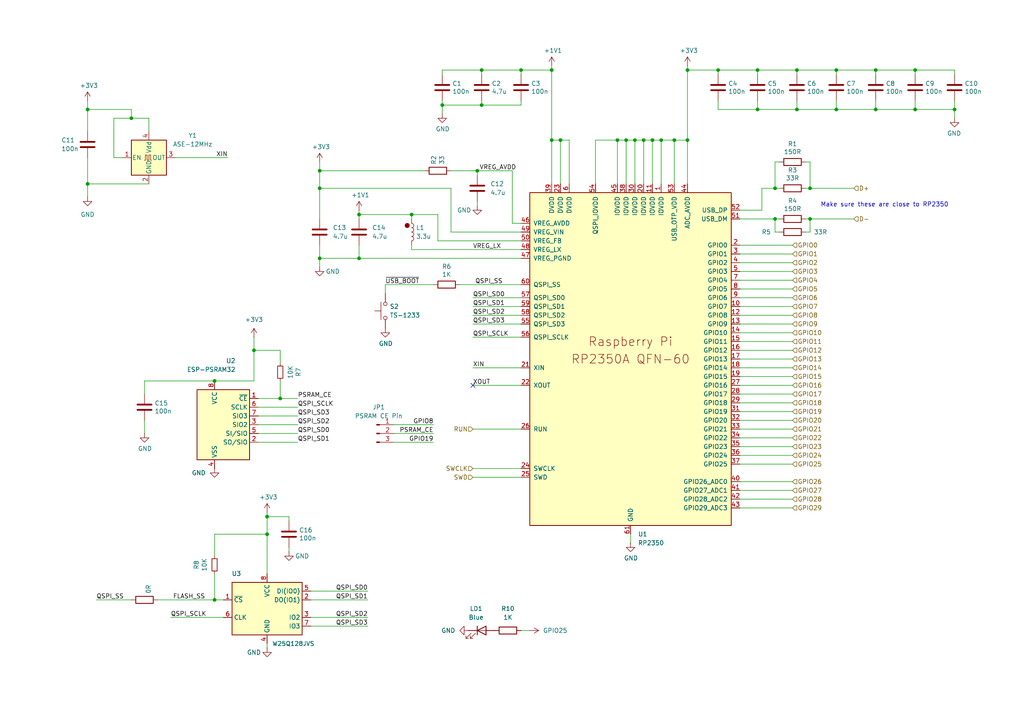
<source format=kicad_sch>
(kicad_sch (version 20250114) (generator "eeschema") (generator_version "9.0")
  (paper "A4")
  (title_block (title "${NAME}") (date "2025-06-23") (rev "${VERSION}") (company "Mikhail Matveev") (comment 1 "https://github.com/xtremespb/frank"))
  (lib_symbols
    (symbol "+1V1_1" (power) (pin_numbers (hide yes)) (pin_names (offset 0) (hide yes))
      (property "Value" "+1V1" (at 0 3.556 0))
      (symbol "+1V1_1_0_1"
        (polyline (pts (xy -0.762 1.27) (xy 0 2.54)))
        (polyline (pts (xy 0 2.54) (xy 0.762 1.27)))
        (polyline (pts (xy 0 0) (xy 0 2.54)))
      )
      (symbol "+1V1_1_1_1"
        (pin power_in line (at 0 0 90) (length 0) (name "~") (number "1"))
      )
    )
    (symbol "+3V3_1" (power) (pin_numbers (hide yes)) (pin_names (offset 0) (hide yes))
      (property "Value" "+3V3" (at 0 3.556 0))
      (symbol "+3V3_1_0_1"
        (polyline (pts (xy -0.762 1.27) (xy 0 2.54)))
        (polyline (pts (xy 0 2.54) (xy 0.762 1.27)))
        (polyline (pts (xy 0 0) (xy 0 2.54)))
      )
      (symbol "+3V3_1_1_1"
        (pin power_in line (at 0 0 90) (length 0) (name "~") (number "1"))
      )
    )
    (symbol "+3V3_3" (power) (pin_numbers (hide yes)) (pin_names (offset 0) (hide yes))
      (property "Value" "+3V3" (at 0 3.556 0))
      (symbol "+3V3_3_0_1"
        (polyline (pts (xy -0.762 1.27) (xy 0 2.54)))
        (polyline (pts (xy 0 2.54) (xy 0.762 1.27)))
        (polyline (pts (xy 0 0) (xy 0 2.54)))
      )
      (symbol "+3V3_3_1_1"
        (pin power_in line (at 0 0 90) (length 0) (name "~") (number "1"))
      )
    )
    (symbol "Connector:Conn_01x03_Pin" (pin_names (offset 1.016) (hide yes))
      (property "Reference" "J" (at 0 5.08 0))
      (property "Value" "Conn_01x03_Pin" (at 0 -5.08 0))
      (symbol "Conn_01x03_Pin_1_1"
        (rectangle (start 0.8636 2.667) (end 0 2.413) (stroke (width 0.1524)) (fill (type outline)))
        (rectangle (start 0.8636 0.127) (end 0 -0.127) (stroke (width 0.1524)) (fill (type outline)))
        (rectangle (start 0.8636 -2.413) (end 0 -2.667) (stroke (width 0.1524)) (fill (type outline)))
        (polyline (pts (xy 1.27 2.54) (xy 0.8636 2.54)) (stroke (width 0.1524)))
        (polyline (pts (xy 1.27 0) (xy 0.8636 0)) (stroke (width 0.1524)))
        (polyline (pts (xy 1.27 -2.54) (xy 0.8636 -2.54)) (stroke (width 0.1524)))
        (pin passive line (at 5.08 2.54 180) (length 3.81) (name "Pin_1") (number "1"))
        (pin passive line (at 5.08 0 180) (length 3.81) (name "Pin_2") (number "2"))
        (pin passive line (at 5.08 -2.54 180) (length 3.81) (name "Pin_3") (number "3"))
      )
    )
    (symbol "Device:C" (pin_numbers (hide yes)) (pin_names (offset 0.254))
      (property "Reference" "C" (at 0.635 2.54 0))
      (property "Value" "C" (at 0.635 -2.54 0))
      (symbol "C_0_1"
        (polyline (pts (xy -2.032 0.762) (xy 2.032 0.762)) (stroke (width 0.508)))
        (polyline (pts (xy -2.032 -0.762) (xy 2.032 -0.762)) (stroke (width 0.508)))
      )
      (symbol "C_1_1"
        (pin passive line (at 0 3.81 270) (length 2.794) (name "~") (number "1"))
        (pin passive line (at 0 -3.81 90) (length 2.794) (name "~") (number "2"))
      )
    )
    (symbol "Device:L" (pin_numbers (hide yes)) (pin_names (offset 1.016) (hide yes))
      (property "Reference" "L" (at -1.27 0 90))
      (property "Value" "L" (at 1.905 0 90))
      (symbol "L_0_1"
        (arc (start 0 2.54) (mid 0.6323 1.905) (end 0 1.27))
        (arc (start 0 1.27) (mid 0.6323 0.635) (end 0 0))
        (arc (start 0 0) (mid 0.6323 -0.635) (end 0 -1.27))
        (arc (start 0 -1.27) (mid 0.6323 -1.905) (end 0 -2.54))
      )
      (symbol "L_1_1"
        (pin passive line (at 0 3.81 270) (length 1.27) (name "1") (number "1"))
        (pin passive line (at 0 -3.81 90) (length 1.27) (name "2") (number "2"))
      )
    )
    (symbol "Device:LED" (pin_numbers (hide yes)) (pin_names (offset 1.016) (hide yes))
      (property "Reference" "D" (at 0 2.54 0))
      (property "Value" "LED" (at 0 -2.54 0))
      (symbol "LED_0_1"
        (polyline (pts (xy -3.048 -0.762) (xy -4.572 -2.286) (xy -3.81 -2.286) (xy -4.572 -2.286) (xy -4.572 -1.524)))
        (polyline (pts (xy -1.778 -0.762) (xy -3.302 -2.286) (xy -2.54 -2.286) (xy -3.302 -2.286) (xy -3.302 -1.524)))
        (polyline (pts (xy -1.27 0) (xy 1.27 0)))
        (polyline (pts (xy -1.27 -1.27) (xy -1.27 1.27)) (stroke (width 0.254)))
        (polyline (pts (xy 1.27 -1.27) (xy 1.27 1.27) (xy -1.27 0) (xy 1.27 -1.27)) (stroke (width 0.254)))
      )
      (symbol "LED_1_1"
        (pin passive line (at -3.81 0 0) (length 2.54) (name "K") (number "1"))
        (pin passive line (at 3.81 0 180) (length 2.54) (name "A") (number "2"))
      )
    )
    (symbol "Device:R" (pin_numbers (hide yes)) (pin_names (offset 0))
      (property "Reference" "R" (at 2.032 0 90))
      (property "Value" "R" (at 0 0 90))
      (symbol "R_0_1"
        (rectangle (start -1.016 -2.54) (end 1.016 2.54) (stroke (width 0.254)))
      )
      (symbol "R_1_1"
        (pin passive line (at 0 3.81 270) (length 1.27) (name "~") (number "1"))
        (pin passive line (at 0 -3.81 90) (length 1.27) (name "~") (number "2"))
      )
    )
    (symbol "Device:R_Small" (pin_numbers (hide yes)) (pin_names (offset 0.254) (hide yes))
      (property "Reference" "R" (at 0.762 0.508 0))
      (property "Value" "R_Small" (at 0.762 -1.016 0))
      (symbol "R_Small_0_1"
        (rectangle (start -0.762 1.778) (end 0.762 -1.778) (stroke (width 0.2032)))
      )
      (symbol "R_Small_1_1"
        (pin passive line (at 0 2.54 270) (length 0.762) (name "~") (number "1"))
        (pin passive line (at 0 -2.54 90) (length 0.762) (name "~") (number "2"))
      )
    )
    (symbol "FRANK:ESP-PSRAM32"
      (property "Reference" "PSR1" (at -8.89 1.2701 0))
      (property "Value" "PSRAM" (at -8.89 -1.2699 0))
      (symbol "ESP-PSRAM32_0_1"
        (rectangle (start -7.62 10.16) (end 7.62 -10.16) (stroke (width 0.254)) (fill (type background)))
      )
      (symbol "ESP-PSRAM32_1_1"
        (pin power_in line (at -2.54 12.7 270) (length 2.54) (name "VCC") (number "8"))
        (pin power_in line (at -2.54 -12.7 90) (length 2.54) (name "VSS") (number "4"))
        (pin input line (at 10.16 7.62 180) (length 2.54) (name "~{CE}") (number "1"))
        (pin output line (at 10.16 5.08 180) (length 2.54) (name "SCLK") (number "6"))
        (pin bidirectional line (at 10.16 2.54 180) (length 2.54) (name "SIO3") (number "7"))
        (pin bidirectional line (at 10.16 0 180) (length 2.54) (name "SIO2") (number "3"))
        (pin input line (at 10.16 -2.54 180) (length 2.54) (name "SI/SIO") (number "5"))
        (pin output line (at 10.16 -5.08 180) (length 2.54) (name "SO/SIO") (number "2"))
      )
    )
    (symbol "FRANK:RP2350A" (pin_names (offset 1.016))
      (property "Reference" "U3" (at 2.1433 -50.8 0))
      (property "Value" "RP2350" (at 2.1433 -53.34 0))
      (symbol "RP2350A_0_0"
        (text "Raspberry Pi" (at 0 5.08 0) (effects (font (size 2.54 2.54))))
      )
      (symbol "RP2350A_0_1"
        (rectangle (start 29.21 48.26) (end -29.21 -48.26) (stroke (width 0.254)) (fill (type background)))
      )
      (symbol "RP2350A_1_0"
        (text "RP2350A QFN-60" (at 0 0 0) (effects (font (size 2.54 2.54))))
      )
      (symbol "RP2350A_1_1"
        (pin power_in line (at -31.75 39.37 0) (length 2.54) (name "VREG_AVDD") (number "46"))
        (pin power_in line (at -31.75 36.83 0) (length 2.54) (name "VREG_VIN") (number "49"))
        (pin input line (at -31.75 34.29 0) (length 2.54) (name "VREG_FB") (number "50"))
        (pin power_out line (at -31.75 31.75 0) (length 2.54) (name "VREG_LX") (number "48"))
        (pin power_in line (at -31.75 29.21 0) (length 2.54) (name "VREG_PGND") (number "47"))
        (pin bidirectional line (at -31.75 21.59 0) (length 2.54) (name "QSPI_SS") (number "60"))
        (pin bidirectional line (at -31.75 17.78 0) (length 2.54) (name "QSPI_SD0") (number "57"))
        (pin bidirectional line (at -31.75 15.24 0) (length 2.54) (name "QSPI_SD1") (number "59"))
        (pin bidirectional line (at -31.75 12.7 0) (length 2.54) (name "QSPI_SD2") (number "58"))
        (pin bidirectional line (at -31.75 10.16 0) (length 2.54) (name "QSPI_SD3") (number "55"))
        (pin output line (at -31.75 6.35 0) (length 2.54) (name "QSPI_SCLK") (number "56"))
        (pin input line (at -31.75 -2.54 0) (length 2.54) (name "XIN") (number "21"))
        (pin passive line (at -31.75 -7.62 0) (length 2.54) (name "XOUT") (number "22"))
        (pin input line (at -31.75 -20.32 0) (length 2.54) (name "RUN") (number "26"))
        (pin output line (at -31.75 -31.75 0) (length 2.54) (name "SWCLK") (number "24"))
        (pin bidirectional line (at -31.75 -34.29 0) (length 2.54) (name "SWD") (number "25"))
        (pin power_in line (at -22.86 50.8 270) (length 2.54) (name "DVDD") (number "39"))
        (pin power_in line (at -20.32 50.8 270) (length 2.54) (name "DVDD") (number "23"))
        (pin power_in line (at -17.78 50.8 270) (length 2.54) (name "DVDD") (number "6"))
        (pin power_in line (at -10.16 50.8 270) (length 2.54) (name "QSPI_IOVDD") (number "54"))
        (pin power_in line (at -3.81 50.8 270) (length 2.54) (name "IOVDD") (number "45"))
        (pin power_in line (at -1.27 50.8 270) (length 2.54) (name "IOVDD") (number "38"))
        (pin power_in line (at 0 -50.8 90) (length 2.54) (name "GND") (number "61"))
        (pin power_in line (at 1.27 50.8 270) (length 2.54) (name "IOVDD") (number "30"))
        (pin power_in line (at 3.81 50.8 270) (length 2.54) (name "IOVDD") (number "20"))
        (pin power_in line (at 6.35 50.8 270) (length 2.54) (name "IOVDD") (number "11"))
        (pin power_in line (at 8.89 50.8 270) (length 2.54) (name "IOVDD") (number "1"))
        (pin power_in line (at 12.7 50.8 270) (length 2.54) (name "USB_OTP_VDD") (number "53"))
        (pin power_in line (at 16.51 50.8 270) (length 2.54) (name "ADC_AVDD") (number "44"))
        (pin bidirectional line (at 31.75 43.18 180) (length 2.54) (name "USB_DP") (number "52"))
        (pin bidirectional line (at 31.75 40.64 180) (length 2.54) (name "USB_DM") (number "51"))
        (pin bidirectional line (at 31.75 33.02 180) (length 2.54) (name "GPIO0") (number "2"))
        (pin bidirectional line (at 31.75 30.48 180) (length 2.54) (name "GPIO1") (number "3"))
        (pin bidirectional line (at 31.75 27.94 180) (length 2.54) (name "GPIO2") (number "4"))
        (pin bidirectional line (at 31.75 25.4 180) (length 2.54) (name "GPIO3") (number "5"))
        (pin bidirectional line (at 31.75 22.86 180) (length 2.54) (name "GPIO4") (number "7"))
        (pin bidirectional line (at 31.75 20.32 180) (length 2.54) (name "GPIO5") (number "8"))
        (pin bidirectional line (at 31.75 17.78 180) (length 2.54) (name "GPIO6") (number "9"))
        (pin bidirectional line (at 31.75 15.24 180) (length 2.54) (name "GPIO7") (number "10"))
        (pin bidirectional line (at 31.75 12.7 180) (length 2.54) (name "GPIO8") (number "12"))
        (pin bidirectional line (at 31.75 10.16 180) (length 2.54) (name "GPIO9") (number "13"))
        (pin bidirectional line (at 31.75 7.62 180) (length 2.54) (name "GPIO10") (number "14"))
        (pin bidirectional line (at 31.75 5.08 180) (length 2.54) (name "GPIO11") (number "15"))
        (pin bidirectional line (at 31.75 2.54 180) (length 2.54) (name "GPIO12") (number "16"))
        (pin bidirectional line (at 31.75 0 180) (length 2.54) (name "GPIO13") (number "17"))
        (pin bidirectional line (at 31.75 -2.54 180) (length 2.54) (name "GPIO14") (number "18"))
        (pin bidirectional line (at 31.75 -5.08 180) (length 2.54) (name "GPIO15") (number "19"))
        (pin bidirectional line (at 31.75 -7.62 180) (length 2.54) (name "GPIO16") (number "27"))
        (pin bidirectional line (at 31.75 -10.16 180) (length 2.54) (name "GPIO17") (number "28"))
        (pin bidirectional line (at 31.75 -12.7 180) (length 2.54) (name "GPIO18") (number "29"))
        (pin bidirectional line (at 31.75 -15.24 180) (length 2.54) (name "GPIO19") (number "31"))
        (pin bidirectional line (at 31.75 -17.78 180) (length 2.54) (name "GPIO20") (number "32"))
        (pin bidirectional line (at 31.75 -20.32 180) (length 2.54) (name "GPIO21") (number "33"))
        (pin bidirectional line (at 31.75 -22.86 180) (length 2.54) (name "GPIO22") (number "34"))
        (pin bidirectional line (at 31.75 -25.4 180) (length 2.54) (name "GPIO23") (number "35"))
        (pin bidirectional line (at 31.75 -27.94 180) (length 2.54) (name "GPIO24") (number "36"))
        (pin bidirectional line (at 31.75 -30.48 180) (length 2.54) (name "GPIO25") (number "37"))
        (pin bidirectional line (at 31.75 -35.56 180) (length 2.54) (name "GPIO26_ADC0") (number "40"))
        (pin bidirectional line (at 31.75 -38.1 180) (length 2.54) (name "GPIO27_ADC1") (number "41"))
        (pin bidirectional line (at 31.75 -40.64 180) (length 2.54) (name "GPIO28_ADC2") (number "42"))
        (pin bidirectional line (at 31.75 -43.18 180) (length 2.54) (name "GPIO29_ADC3") (number "43"))
      )
    )
    (symbol "FRANK:W25Q128JVS"
      (property "Reference" "U5" (at -8.89 10.16 0))
      (property "Value" "W25Q128JVS" (at 7.62 -10.16 0))
      (symbol "W25Q128JVS_0_1"
        (rectangle (start -10.16 7.62) (end 10.16 -7.62) (stroke (width 0.254)) (fill (type background)))
      )
      (symbol "W25Q128JVS_1_1"
        (pin input line (at -12.7 2.54 0) (length 2.54) (name "~{CS}") (number "1"))
        (pin input line (at -12.7 -2.54 0) (length 2.54) (name "CLK") (number "6"))
        (pin power_in line (at 0 10.16 270) (length 2.54) (name "VCC") (number "8"))
        (pin power_in line (at 0 -10.16 90) (length 2.54) (name "GND") (number "4"))
        (pin bidirectional line (at 12.7 5.08 180) (length 2.54) (name "DI(IO0)") (number "5"))
        (pin bidirectional line (at 12.7 2.54 180) (length 2.54) (name "DO(IO1)") (number "2"))
        (pin bidirectional line (at 12.7 -2.54 180) (length 2.54) (name "IO2") (number "3"))
        (pin bidirectional line (at 12.7 -5.08 180) (length 2.54) (name "IO3") (number "7"))
      )
    )
    (symbol "GND_1" (power) (pin_numbers (hide yes)) (pin_names (offset 0) (hide yes))
      (property "Value" "GND" (at 0 -3.81 0))
      (symbol "GND_1_0_1"
        (polyline (pts (xy 0 0) (xy 0 -1.27) (xy 1.27 -1.27) (xy 0 -2.54) (xy -1.27 -1.27) (xy 0 -1.27)))
      )
      (symbol "GND_1_1_1"
        (pin power_in line (at 0 0 270) (length 0) (name "~") (number "1"))
      )
    )
    (symbol "GND_2" (power) (pin_numbers (hide yes)) (pin_names (offset 0) (hide yes))
      (property "Value" "GND" (at 0 -3.81 0))
      (symbol "GND_2_0_1"
        (polyline (pts (xy 0 0) (xy 0 -1.27) (xy 1.27 -1.27) (xy 0 -2.54) (xy -1.27 -1.27) (xy 0 -1.27)))
      )
      (symbol "GND_2_1_1"
        (pin power_in line (at 0 0 270) (length 0) (name "~") (number "1"))
      )
    )
    (symbol "GND_6" (power) (pin_numbers (hide yes)) (pin_names (offset 0) (hide yes))
      (property "Value" "GND" (at 0 -3.81 0))
      (symbol "GND_6_0_1"
        (polyline (pts (xy 0 0) (xy 0 -1.27) (xy 1.27 -1.27) (xy 0 -2.54) (xy -1.27 -1.27) (xy 0 -1.27)))
      )
      (symbol "GND_6_1_1"
        (pin power_in line (at 0 0 270) (length 0) (name "~") (number "1"))
      )
    )
    (symbol "Oscillator:ASE-xxxMHz" (pin_names (offset 0.254))
      (property "Reference" "Y" (at -5.08 6.35 0))
      (property "Value" "ASE-xxxMHz" (at 1.27 -6.35 0))
      (symbol "ASE-xxxMHz_0_1"
        (rectangle (start -5.08 5.08) (end 5.08 -5.08) (stroke (width 0.254)) (fill (type background)))
        (polyline (pts (xy -1.27 -0.762) (xy -1.016 -0.762) (xy -1.016 0.762) (xy -0.508 0.762) (xy -0.508 -0.762) (xy 0 -0.762) (xy 0 0.762) (xy 0.508 0.762) (xy 0.508 -0.762) (xy 0.762 -0.762)))
      )
      (symbol "ASE-xxxMHz_1_1"
        (pin input line (at -7.62 0 0) (length 2.54) (name "EN") (number "1"))
        (pin power_in line (at 0 7.62 270) (length 2.54) (name "Vdd") (number "4"))
        (pin power_in line (at 0 -7.62 90) (length 2.54) (name "GND") (number "2"))
        (pin output line (at 7.62 0 180) (length 2.54) (name "OUT") (number "3"))
      )
    )
    (symbol "Switch:SW_Push" (pin_numbers (hide yes)) (pin_names (offset 1.016) (hide yes))
      (property "Reference" "SW" (at 1.27 2.54 0))
      (property "Value" "SW_Push" (at 0 -1.524 0))
      (symbol "SW_Push_0_1"
        (circle (center -2.032 0) (radius 0.508))
        (polyline (pts (xy 0 1.27) (xy 0 3.048)))
        (circle (center 2.032 0) (radius 0.508))
        (polyline (pts (xy 2.54 1.27) (xy -2.54 1.27)))
        (pin passive line (at -5.08 0 0) (length 2.54) (name "1") (number "1"))
        (pin passive line (at 5.08 0 180) (length 2.54) (name "2") (number "2"))
      )
    )
    (symbol "power:+1V1" (power) (pin_numbers (hide yes)) (pin_names (offset 0) (hide yes))
      (property "Value" "+1V1" (at 0 3.556 0))
      (symbol "+1V1_0_1"
        (polyline (pts (xy -0.762 1.27) (xy 0 2.54)))
        (polyline (pts (xy 0 2.54) (xy 0.762 1.27)))
        (polyline (pts (xy 0 0) (xy 0 2.54)))
      )
      (symbol "+1V1_1_1"
        (pin power_in line (at 0 0 90) (length 0) (name "~") (number "1"))
      )
    )
    (symbol "power:+3V3" (power) (pin_numbers (hide yes)) (pin_names (offset 0) (hide yes))
      (property "Value" "+3V3" (at 0 3.556 0))
      (symbol "+3V3_0_1"
        (polyline (pts (xy -0.762 1.27) (xy 0 2.54)))
        (polyline (pts (xy 0 2.54) (xy 0.762 1.27)))
        (polyline (pts (xy 0 0) (xy 0 2.54)))
      )
      (symbol "+3V3_1_1"
        (pin power_in line (at 0 0 90) (length 0) (name "~") (number "1"))
      )
    )
    (symbol "power:GND" (power) (pin_numbers (hide yes)) (pin_names (offset 0) (hide yes))
      (property "Value" "GND" (at 0 -3.81 0))
      (symbol "GND_0_1"
        (polyline (pts (xy 0 0) (xy 0 -1.27) (xy 1.27 -1.27) (xy 0 -2.54) (xy -1.27 -1.27) (xy 0 -1.27)))
      )
      (symbol "GND_1_1"
        (pin power_in line (at 0 0 270) (length 0) (name "~") (number "1"))
      )
    )
  )
  (circle (center 118.11 65.405) (radius 0.635) (stroke (width 0) (color 132 0 0 1)) (fill (type color) (color 132 0 0 1)))
  (text "Make sure these are close to RP2350\n" (at 237.998 60.198 0) (effects (font (size 1.27 1.27)) (justify left bottom)))
  (junction (at 92.71 54.61))
  (junction (at 73.66 101.6))
  (junction (at 195.58 40.64))
  (junction (at 199.39 20.32))
  (junction (at 242.57 31.75))
  (junction (at 234.95 63.5))
  (junction (at 208.28 20.32))
  (junction (at 186.69 40.64))
  (junction (at 219.71 31.75))
  (junction (at 62.23 173.99))
  (junction (at 151.13 20.32))
  (junction (at 104.14 62.23))
  (junction (at 160.02 40.64))
  (junction (at 181.61 40.64))
  (junction (at 242.57 20.32))
  (junction (at 62.23 110.49))
  (junction (at 139.7 20.32))
  (junction (at 77.47 149.86))
  (junction (at 231.14 31.75))
  (junction (at 254 31.75))
  (junction (at 199.39 40.64))
  (junction (at 92.71 74.93))
  (junction (at 189.23 40.64))
  (junction (at 184.15 40.64))
  (junction (at 139.7 30.48))
  (junction (at 179.07 40.64))
  (junction (at 265.43 31.75))
  (junction (at 81.28 115.57))
  (junction (at 104.14 74.93))
  (junction (at 224.79 54.61))
  (junction (at 128.27 30.48))
  (junction (at 119.38 62.23))
  (junction (at 138.43 49.53))
  (junction (at 160.02 20.32))
  (junction (at 265.43 20.32))
  (junction (at 231.14 20.32))
  (junction (at 25.4 53.34))
  (junction (at 224.79 63.5))
  (junction (at 254 20.32))
  (junction (at 191.77 40.64))
  (junction (at 77.47 154.94))
  (junction (at 219.71 20.32))
  (junction (at 162.56 40.64))
  (junction (at 92.71 49.53))
  (junction (at 276.86 31.75))
  (junction (at 234.95 54.61))
  (junction (at 38.1 34.29))
  (junction (at 25.4 31.75))
  (no_connect (at 137.16 111.76))
  (wire (pts (xy 214.63 121.92) (xy 229.87 121.92)))
  (wire (pts (xy 214.63 93.98) (xy 229.87 93.98)))
  (wire (pts (xy 111.76 82.55) (xy 111.76 85.09)))
  (wire (pts (xy 233.68 54.61) (xy 234.95 54.61)))
  (wire (pts (xy 214.63 111.76) (xy 229.87 111.76)))
  (wire (pts (xy 214.63 129.54) (xy 229.87 129.54)))
  (wire (pts (xy 77.47 154.94) (xy 77.47 166.37)))
  (wire (pts (xy 214.63 99.06) (xy 229.87 99.06)))
  (wire (pts (xy 214.63 104.14) (xy 229.87 104.14)))
  (wire (pts (xy 127 62.23) (xy 119.38 62.23)))
  (wire (pts (xy 77.47 149.86) (xy 77.47 154.94)))
  (wire (pts (xy 138.43 59.69) (xy 138.43 58.42)))
  (wire (pts (xy 83.82 149.86) (xy 77.47 149.86)))
  (wire (pts (xy 77.47 148.59) (xy 77.47 149.86)))
  (wire (pts (xy 265.43 31.75) (xy 276.86 31.75)))
  (wire (pts (xy 83.82 151.13) (xy 83.82 149.86)))
  (wire (pts (xy 137.16 106.68) (xy 151.13 106.68)))
  (wire (pts (xy 231.14 21.59) (xy 231.14 20.32)))
  (wire (pts (xy 184.15 40.64) (xy 186.69 40.64)))
  (wire (pts (xy 92.71 49.53) (xy 123.19 49.53)))
  (wire (pts (xy 74.93 123.19) (xy 86.36 123.19)))
  (wire (pts (xy 90.17 173.99) (xy 106.68 173.99)))
  (wire (pts (xy 92.71 74.93) (xy 92.71 77.47)))
  (wire (pts (xy 83.82 158.75) (xy 83.82 160.02)))
  (wire (pts (xy 214.63 71.12) (xy 229.87 71.12)))
  (wire (pts (xy 138.43 49.53) (xy 148.59 49.53)))
  (wire (pts (xy 181.61 53.34) (xy 181.61 40.64)))
  (wire (pts (xy 151.13 30.48) (xy 151.13 29.21)))
  (wire (pts (xy 208.28 29.21) (xy 208.28 31.75)))
  (wire (pts (xy 276.86 29.21) (xy 276.86 31.75)))
  (wire (pts (xy 137.16 93.98) (xy 151.13 93.98)))
  (wire (pts (xy 128.27 20.32) (xy 139.7 20.32)))
  (wire (pts (xy 214.63 76.2) (xy 229.87 76.2)))
  (wire (pts (xy 77.47 186.69) (xy 77.47 187.96)))
  (wire (pts (xy 234.95 63.5) (xy 247.65 63.5)))
  (wire (pts (xy 139.7 20.32) (xy 151.13 20.32)))
  (wire (pts (xy 162.56 53.34) (xy 162.56 40.64)))
  (wire (pts (xy 242.57 31.75) (xy 231.14 31.75)))
  (wire (pts (xy 81.28 115.57) (xy 86.36 115.57)))
  (wire (pts (xy 62.23 161.29) (xy 62.23 154.94)))
  (wire (pts (xy 104.14 62.23) (xy 119.38 62.23)))
  (wire (pts (xy 73.66 97.79) (xy 73.66 101.6)))
  (wire (pts (xy 214.63 139.7) (xy 229.87 139.7)))
  (wire (pts (xy 208.28 21.59) (xy 208.28 20.32)))
  (wire (pts (xy 119.38 72.39) (xy 119.38 71.12)))
  (wire (pts (xy 162.56 40.64) (xy 160.02 40.64)))
  (wire (pts (xy 220.98 54.61) (xy 220.98 60.96)))
  (wire (pts (xy 214.63 91.44) (xy 229.87 91.44)))
  (wire (pts (xy 214.63 96.52) (xy 229.87 96.52)))
  (wire (pts (xy 224.79 63.5) (xy 224.79 67.31)))
  (wire (pts (xy 172.72 53.34) (xy 172.72 40.64)))
  (wire (pts (xy 90.17 181.61) (xy 106.68 181.61)))
  (wire (pts (xy 195.58 40.64) (xy 199.39 40.64)))
  (wire (pts (xy 104.14 63.5) (xy 104.14 62.23)))
  (wire (pts (xy 74.93 128.27) (xy 86.36 128.27)))
  (wire (pts (xy 214.63 147.32) (xy 229.87 147.32)))
  (wire (pts (xy 254 21.59) (xy 254 20.32)))
  (wire (pts (xy 151.13 21.59) (xy 151.13 20.32)))
  (wire (pts (xy 165.1 40.64) (xy 165.1 53.34)))
  (wire (pts (xy 160.02 20.32) (xy 160.02 40.64)))
  (wire (pts (xy 138.43 49.53) (xy 138.43 50.8)))
  (wire (pts (xy 92.71 54.61) (xy 130.81 54.61)))
  (wire (pts (xy 33.02 45.72) (xy 33.02 34.29)))
  (wire (pts (xy 90.17 179.07) (xy 106.68 179.07)))
  (wire (pts (xy 74.93 115.57) (xy 81.28 115.57)))
  (wire (pts (xy 276.86 21.59) (xy 276.86 20.32)))
  (wire (pts (xy 137.16 88.9) (xy 151.13 88.9)))
  (wire (pts (xy 25.4 53.34) (xy 43.18 53.34)))
  (wire (pts (xy 233.68 63.5) (xy 234.95 63.5)))
  (wire (pts (xy 199.39 20.32) (xy 208.28 20.32)))
  (wire (pts (xy 151.13 135.89) (xy 137.16 135.89)))
  (wire (pts (xy 214.63 127) (xy 229.87 127)))
  (wire (pts (xy 214.63 101.6) (xy 229.87 101.6)))
  (wire (pts (xy 242.57 20.32) (xy 254 20.32)))
  (wire (pts (xy 189.23 40.64) (xy 191.77 40.64)))
  (wire (pts (xy 92.71 54.61) (xy 92.71 63.5)))
  (wire (pts (xy 35.56 45.72) (xy 33.02 45.72)))
  (wire (pts (xy 219.71 21.59) (xy 219.71 20.32)))
  (wire (pts (xy 214.63 81.28) (xy 229.87 81.28)))
  (wire (pts (xy 226.06 67.31) (xy 224.79 67.31)))
  (wire (pts (xy 151.13 82.55) (xy 133.35 82.55)))
  (wire (pts (xy 181.61 40.64) (xy 184.15 40.64)))
  (wire (pts (xy 151.13 97.79) (xy 137.16 97.79)))
  (wire (pts (xy 49.53 179.07) (xy 64.77 179.07)))
  (wire (pts (xy 276.86 31.75) (xy 276.86 34.29)))
  (wire (pts (xy 130.81 54.61) (xy 130.81 67.31)))
  (wire (pts (xy 189.23 53.34) (xy 189.23 40.64)))
  (wire (pts (xy 41.91 110.49) (xy 41.91 114.3)))
  (wire (pts (xy 265.43 20.32) (xy 276.86 20.32)))
  (wire (pts (xy 233.68 67.31) (xy 234.95 67.31)))
  (wire (pts (xy 160.02 19.05) (xy 160.02 20.32)))
  (wire (pts (xy 151.13 182.88) (xy 153.67 182.88)))
  (wire (pts (xy 62.23 154.94) (xy 77.47 154.94)))
  (wire (pts (xy 234.95 63.5) (xy 234.95 67.31)))
  (wire (pts (xy 186.69 40.64) (xy 189.23 40.64)))
  (wire (pts (xy 254 20.32) (xy 265.43 20.32)))
  (wire (pts (xy 73.66 110.49) (xy 62.23 110.49)))
  (wire (pts (xy 151.13 111.76) (xy 137.16 111.76)))
  (wire (pts (xy 199.39 40.64) (xy 199.39 53.34)))
  (wire (pts (xy 62.23 166.37) (xy 62.23 173.99)))
  (wire (pts (xy 62.23 173.99) (xy 64.77 173.99)))
  (wire (pts (xy 214.63 134.62) (xy 229.87 134.62)))
  (wire (pts (xy 254 29.21) (xy 254 31.75)))
  (wire (pts (xy 45.72 173.99) (xy 62.23 173.99)))
  (wire (pts (xy 214.63 144.78) (xy 229.87 144.78)))
  (wire (pts (xy 186.69 53.34) (xy 186.69 40.64)))
  (wire (pts (xy 214.63 109.22) (xy 229.87 109.22)))
  (wire (pts (xy 265.43 29.21) (xy 265.43 31.75)))
  (wire (pts (xy 160.02 40.64) (xy 160.02 53.34)))
  (wire (pts (xy 162.56 40.64) (xy 165.1 40.64)))
  (wire (pts (xy 214.63 132.08) (xy 229.87 132.08)))
  (wire (pts (xy 195.58 53.34) (xy 195.58 40.64)))
  (wire (pts (xy 219.71 20.32) (xy 231.14 20.32)))
  (wire (pts (xy 92.71 71.12) (xy 92.71 74.93)))
  (wire (pts (xy 130.81 67.31) (xy 151.13 67.31)))
  (wire (pts (xy 127 69.85) (xy 127 62.23)))
  (wire (pts (xy 104.14 74.93) (xy 151.13 74.93)))
  (wire (pts (xy 114.3 125.73) (xy 125.73 125.73)))
  (wire (pts (xy 265.43 21.59) (xy 265.43 20.32)))
  (wire (pts (xy 231.14 20.32) (xy 242.57 20.32)))
  (wire (pts (xy 92.71 49.53) (xy 92.71 54.61)))
  (wire (pts (xy 179.07 53.34) (xy 179.07 40.64)))
  (wire (pts (xy 128.27 30.48) (xy 128.27 33.02)))
  (wire (pts (xy 214.63 63.5) (xy 224.79 63.5)))
  (wire (pts (xy 182.88 154.94) (xy 182.88 157.48)))
  (wire (pts (xy 73.66 101.6) (xy 81.28 101.6)))
  (wire (pts (xy 219.71 29.21) (xy 219.71 31.75)))
  (wire (pts (xy 119.38 62.23) (xy 119.38 63.5)))
  (wire (pts (xy 234.95 54.61) (xy 247.65 54.61)))
  (wire (pts (xy 139.7 30.48) (xy 151.13 30.48)))
  (wire (pts (xy 125.73 82.55) (xy 111.76 82.55)))
  (wire (pts (xy 224.79 63.5) (xy 226.06 63.5)))
  (wire (pts (xy 151.13 20.32) (xy 160.02 20.32)))
  (wire (pts (xy 199.39 19.05) (xy 199.39 20.32)))
  (wire (pts (xy 199.39 20.32) (xy 199.39 40.64)))
  (wire (pts (xy 151.13 124.46) (xy 137.16 124.46)))
  (wire (pts (xy 214.63 114.3) (xy 229.87 114.3)))
  (wire (pts (xy 90.17 171.45) (xy 106.68 171.45)))
  (wire (pts (xy 214.63 86.36) (xy 229.87 86.36)))
  (wire (pts (xy 148.59 49.53) (xy 148.59 64.77)))
  (wire (pts (xy 242.57 29.21) (xy 242.57 31.75)))
  (wire (pts (xy 214.63 106.68) (xy 229.87 106.68)))
  (wire (pts (xy 25.4 29.21) (xy 25.4 31.75)))
  (wire (pts (xy 27.94 173.99) (xy 38.1 173.99)))
  (wire (pts (xy 214.63 142.24) (xy 229.87 142.24)))
  (wire (pts (xy 214.63 88.9) (xy 229.87 88.9)))
  (wire (pts (xy 104.14 71.12) (xy 104.14 74.93)))
  (wire (pts (xy 74.93 118.11) (xy 86.36 118.11)))
  (wire (pts (xy 208.28 20.32) (xy 219.71 20.32)))
  (wire (pts (xy 128.27 29.21) (xy 128.27 30.48)))
  (wire (pts (xy 224.79 54.61) (xy 224.79 46.99)))
  (wire (pts (xy 25.4 31.75) (xy 25.4 38.1)))
  (wire (pts (xy 81.28 101.6) (xy 81.28 105.41)))
  (wire (pts (xy 214.63 60.96) (xy 220.98 60.96)))
  (wire (pts (xy 25.4 31.75) (xy 38.1 31.75)))
  (wire (pts (xy 139.7 21.59) (xy 139.7 20.32)))
  (wire (pts (xy 43.18 34.29) (xy 43.18 38.1)))
  (wire (pts (xy 151.13 138.43) (xy 137.16 138.43)))
  (wire (pts (xy 25.4 57.15) (xy 25.4 53.34)))
  (wire (pts (xy 184.15 53.34) (xy 184.15 40.64)))
  (wire (pts (xy 128.27 30.48) (xy 139.7 30.48)))
  (wire (pts (xy 233.68 46.99) (xy 234.95 46.99)))
  (wire (pts (xy 234.95 46.99) (xy 234.95 54.61)))
  (wire (pts (xy 224.79 54.61) (xy 226.06 54.61)))
  (wire (pts (xy 128.27 21.59) (xy 128.27 20.32)))
  (wire (pts (xy 73.66 101.6) (xy 73.66 110.49)))
  (wire (pts (xy 137.16 86.36) (xy 151.13 86.36)))
  (wire (pts (xy 81.28 110.49) (xy 81.28 115.57)))
  (wire (pts (xy 41.91 121.92) (xy 41.91 125.73)))
  (wire (pts (xy 179.07 40.64) (xy 181.61 40.64)))
  (wire (pts (xy 38.1 31.75) (xy 38.1 34.29)))
  (wire (pts (xy 214.63 73.66) (xy 229.87 73.66)))
  (wire (pts (xy 224.79 46.99) (xy 226.06 46.99)))
  (wire (pts (xy 104.14 60.96) (xy 104.14 62.23)))
  (wire (pts (xy 214.63 116.84) (xy 229.87 116.84)))
  (wire (pts (xy 74.93 125.73) (xy 86.36 125.73)))
  (wire (pts (xy 151.13 69.85) (xy 127 69.85)))
  (wire (pts (xy 119.38 72.39) (xy 151.13 72.39)))
  (wire (pts (xy 191.77 40.64) (xy 191.77 53.34)))
  (wire (pts (xy 231.14 29.21) (xy 231.14 31.75)))
  (wire (pts (xy 214.63 124.46) (xy 229.87 124.46)))
  (wire (pts (xy 92.71 46.99) (xy 92.71 49.53)))
  (wire (pts (xy 219.71 31.75) (xy 208.28 31.75)))
  (wire (pts (xy 25.4 45.72) (xy 25.4 53.34)))
  (wire (pts (xy 265.43 31.75) (xy 254 31.75)))
  (wire (pts (xy 172.72 40.64) (xy 179.07 40.64)))
  (wire (pts (xy 214.63 119.38) (xy 229.87 119.38)))
  (wire (pts (xy 191.77 40.64) (xy 195.58 40.64)))
  (wire (pts (xy 137.16 91.44) (xy 151.13 91.44)))
  (wire (pts (xy 50.8 45.72) (xy 66.04 45.72)))
  (wire (pts (xy 38.1 34.29) (xy 43.18 34.29)))
  (wire (pts (xy 231.14 31.75) (xy 219.71 31.75)))
  (wire (pts (xy 114.3 128.27) (xy 125.73 128.27)))
  (wire (pts (xy 33.02 34.29) (xy 38.1 34.29)))
  (wire (pts (xy 254 31.75) (xy 242.57 31.75)))
  (wire (pts (xy 139.7 29.21) (xy 139.7 30.48)))
  (wire (pts (xy 242.57 21.59) (xy 242.57 20.32)))
  (wire (pts (xy 92.71 74.93) (xy 104.14 74.93)))
  (wire (pts (xy 214.63 83.82) (xy 229.87 83.82)))
  (wire (pts (xy 220.98 54.61) (xy 224.79 54.61)))
  (wire (pts (xy 148.59 64.77) (xy 151.13 64.77)))
  (wire (pts (xy 74.93 120.65) (xy 86.36 120.65)))
  (wire (pts (xy 41.91 110.49) (xy 62.23 110.49)))
  (wire (pts (xy 114.3 123.19) (xy 125.73 123.19)))
  (wire (pts (xy 130.81 49.53) (xy 138.43 49.53)))
  (wire (pts (xy 214.63 78.74) (xy 229.87 78.74)))
  (label "QSPI_SD2" (at 137.16 91.44 0))
  (label "VREG_AVDD" (at 139.065 49.53 0))
  (label "XOUT" (at 137.16 111.76 0))
  (label "QSPI_SS" (at 27.94 173.99 0))
  (label "QSPI_SD3" (at 137.16 93.98 0))
  (label "QSPI_SD2" (at 106.68 179.07 180))
  (label "QSPI_SS" (at 137.795 82.55 0))
  (label "QSPI_SD0" (at 86.36 125.73 0))
  (label "QSPI_SD3" (at 86.36 120.65 0))
  (label "~{USB_BOOT}" (at 111.76 82.55 0))
  (label "QSPI_SCLK" (at 49.53 179.07 0))
  (label "QSPI_SD1" (at 106.68 173.99 180))
  (label "QSPI_SD2" (at 86.36 123.19 0))
  (label "XIN" (at 137.16 106.68 0))
  (label "QSPI_SD0" (at 106.68 171.45 180))
  (label "XIN" (at 66.04 45.72 180))
  (label "QSPI_SCLK" (at 137.16 97.79 0))
  (label "PSRAM_CE" (at 86.36 115.57 0))
  (label "GPIO19" (at 125.73 128.27 180))
  (label "QSPI_SD1" (at 86.36 128.27 0))
  (label "QSPI_SD3" (at 106.68 181.61 180))
  (label "GPIO8" (at 125.73 123.19 180))
  (label "QSPI_SD0" (at 137.16 86.36 0))
  (label "FLASH_SS" (at 50.165 173.99 0))
  (label "QSPI_SD1" (at 137.16 88.9 0))
  (label "VREG_LX" (at 137.16 72.39 0))
  (label "PSRAM_CE" (at 125.73 125.73 180))
  (label "QSPI_SCLK" (at 86.36 118.11 0))
  (hierarchical_label "GPIO26" (shape input) (at 229.87 139.7 0))
  (hierarchical_label "RUN" (shape input) (at 137.16 124.46 180))
  (hierarchical_label "GPIO8" (shape input) (at 229.87 91.44 0))
  (hierarchical_label "GPIO5" (shape input) (at 229.87 83.82 0))
  (hierarchical_label "GPIO19" (shape input) (at 229.87 119.38 0))
  (hierarchical_label "D+" (shape input) (at 247.65 54.61 0))
  (hierarchical_label "GPIO7" (shape input) (at 229.87 88.9 0))
  (hierarchical_label "GPIO24" (shape input) (at 229.87 132.08 0))
  (hierarchical_label "GPIO1" (shape input) (at 229.87 73.66 0))
  (hierarchical_label "GPIO12" (shape input) (at 229.87 101.6 0))
  (hierarchical_label "D-" (shape input) (at 247.65 63.5 0))
  (hierarchical_label "GPIO21" (shape input) (at 229.87 124.46 0))
  (hierarchical_label "GPIO14" (shape input) (at 229.87 106.68 0))
  (hierarchical_label "SWCLK" (shape input) (at 137.16 135.89 180))
  (hierarchical_label "GPIO17" (shape input) (at 229.87 114.3 0))
  (hierarchical_label "GPIO9" (shape input) (at 229.87 93.98 0))
  (hierarchical_label "GPIO22" (shape input) (at 229.87 127 0))
  (hierarchical_label "GPIO6" (shape input) (at 229.87 86.36 0))
  (hierarchical_label "GPIO2" (shape input) (at 229.87 76.2 0))
  (hierarchical_label "GPIO0" (shape input) (at 229.87 71.12 0))
  (hierarchical_label "GPIO4" (shape input) (at 229.87 81.28 0))
  (hierarchical_label "GPIO27" (shape input) (at 229.87 142.24 0))
  (hierarchical_label "GPIO25" (shape input) (at 229.87 134.62 0))
  (hierarchical_label "GPIO29" (shape input) (at 229.87 147.32 0))
  (hierarchical_label "GPIO13" (shape input) (at 229.87 104.14 0))
  (hierarchical_label "GPIO15" (shape input) (at 229.87 109.22 0))
  (hierarchical_label "GPIO11" (shape input) (at 229.87 99.06 0))
  (hierarchical_label "GPIO10" (shape input) (at 229.87 96.52 0))
  (hierarchical_label "GPIO23" (shape input) (at 229.87 129.54 0))
  (hierarchical_label "GPIO20" (shape input) (at 229.87 121.92 0))
  (hierarchical_label "GPIO3" (shape input) (at 229.87 78.74 0))
  (hierarchical_label "SWD" (shape input) (at 137.16 138.43 180))
  (hierarchical_label "GPIO28" (shape input) (at 229.87 144.78 0))
  (hierarchical_label "GPIO18" (shape input) (at 229.87 116.84 0))
  (hierarchical_label "GPIO16" (shape input) (at 229.87 111.76 0))
  (symbol (lib_id "Device:R") (at 127 49.53 90) (unit 1)
    (property "Reference" "R2" (at 125.8316 47.752 0) (effects (justify left)))
    (property "Value" "33" (at 128.143 47.752 0) (effects (justify left)))
    (property "Footprint" "FRANK:Resistor (0402)" (effects (hide yes)))
    (property "Datasheet" "https://www.vishay.com/docs/28952/mcs0402at-mct0603at-mcu0805at-mca1206at.pdf" (effects (hide yes)))
    (property "AliExpress" "https://www.aliexpress.com/item/1005005945735199.html" (effects (hide yes)))
  )
  (symbol (lib_id "Device:C") (at 208.28 25.4 0) (unit 1)
    (property "Reference" "C4" (at 211.201 24.2316 0) (effects (justify left)))
    (property "Value" "100n" (at 211.201 26.543 0) (effects (justify left)))
    (property "Footprint" "FRANK:Capacitor (0402)" (effects (hide yes)))
    (property "Datasheet" "https://eu.mouser.com/datasheet/2/40/KGM_X7R-3223212.pdf" (effects (hide yes)))
    (property "AliExpress" "https://www.aliexpress.com/item/33008008276.html" (effects (hide yes)))
  )
  (symbol (lib_id "Device:C") (at 151.13 25.4 0) (unit 1)
    (property "Reference" "C3" (at 154.051 24.2316 0) (effects (justify left)))
    (property "Value" "100n" (at 154.051 26.543 0) (effects (justify left)))
    (property "Footprint" "FRANK:Capacitor (0402)" (effects (hide yes)))
    (property "Datasheet" "https://eu.mouser.com/datasheet/2/40/KGM_X7R-3223212.pdf" (effects (hide yes)))
    (property "AliExpress" "https://www.aliexpress.com/item/33008008276.html" (effects (hide yes)))
  )
  (symbol (lib_id "power:+1V1") (at 104.14 60.96 0) (unit 1)
    (property "Reference" "#PWR015" (effects (hide yes)))
    (property "Value" "+1V1" (at 104.521 56.5658 0))
    (property "Description" "Power symbol creates a global label with name \"+1V1\"" (effects (hide yes)))
  )
  (symbol (lib_id "Device:R") (at 229.87 54.61 270) (unit 1)
    (property "Reference" "R3" (at 229.87 49.3522 90))
    (property "Value" "33R" (at 229.87 51.6636 90))
    (property "Footprint" "FRANK:Resistor (0402)" (effects (hide yes)))
    (property "Datasheet" "https://www.vishay.com/docs/28952/mcs0402at-mct0603at-mcu0805at-mca1206at.pdf" (effects (hide yes)))
    (property "AliExpress" "https://www.aliexpress.com/item/1005005945735199.html" (effects (hide yes)))
  )
  (symbol (lib_id "Device:C") (at 231.14 25.4 0) (unit 1)
    (property "Reference" "C6" (at 234.061 24.2316 0) (effects (justify left)))
    (property "Value" "100n" (at 234.061 26.543 0) (effects (justify left)))
    (property "Footprint" "FRANK:Capacitor (0402)" (effects (hide yes)))
    (property "Datasheet" "https://eu.mouser.com/datasheet/2/40/KGM_X7R-3223212.pdf" (effects (hide yes)))
    (property "AliExpress" "https://www.aliexpress.com/item/33008008276.html" (effects (hide yes)))
  )
  (symbol (lib_id "power:GND") (at 128.27 33.02 0) (unit 1)
    (property "Reference" "#PWR010" (effects (hide yes)))
    (property "Value" "GND" (at 128.397 37.4142 0))
  )
  (symbol (lib_id "Device:C") (at 265.43 25.4 0) (unit 1)
    (property "Reference" "C9" (at 268.351 24.2316 0) (effects (justify left)))
    (property "Value" "100n" (at 268.351 26.543 0) (effects (justify left)))
    (property "Footprint" "FRANK:Capacitor (0402)" (effects (hide yes)))
    (property "Datasheet" "https://eu.mouser.com/datasheet/2/40/KGM_X7R-3223212.pdf" (effects (hide yes)))
    (property "AliExpress" "https://www.aliexpress.com/item/33008008276.html" (effects (hide yes)))
  )
  (symbol (lib_id "FRANK:ESP-PSRAM32") (at 64.77 123.19 0) (unit 1)
    (property "Reference" "U2" (at 68.326 104.648 0) (effects (justify right)))
    (property "Value" "ESP-PSRAM32" (at 68.326 107.188 0) (effects (justify right)))
    (property "Footprint" "FRANK:SO-8" (effects (hide yes)))
    (property "Datasheet" "https://www.espressif.com/sites/default/files/documentation/esp-psram32_datasheet_en.pdf" (effects (hide yes)))
    (property "AliExpress" "https://www.aliexpress.com/item/1005006440914173.html" (effects (hide yes)))
  )
  (symbol (lib_name "GND_1") (lib_id "power:GND") (at 41.91 125.73 0) (unit 1)
    (property "Reference" "#PWR019" (effects (hide yes)))
    (property "Value" "GND" (at 42.037 130.1242 0))
    (property "Description" "Power symbol creates a global label with name \"GND\" , ground" (effects (hide yes)))
  )
  (symbol (lib_id "Device:R_Small") (at 81.28 107.95 180) (unit 1)
    (property "Reference" "R7" (at 86.5378 107.95 90))
    (property "Value" "10K" (at 84.2264 107.95 90))
    (property "Footprint" "FRANK:Resistor (0402)" (effects (hide yes)))
    (property "Description" "Resistor, small symbol" (effects (hide yes)))
    (property "AliExpress" "https://www.vishay.com/docs/28952/mcs0402at-mct0603at-mcu0805at-mca1206at.pdf" (effects (hide yes)))
  )
  (symbol (lib_id "power:GND") (at 276.86 34.29 0) (mirror y) (unit 1)
    (property "Reference" "#PWR011" (effects (hide yes)))
    (property "Value" "GND" (at 276.733 38.6842 0))
  )
  (symbol (lib_id "power:GND") (at 111.76 95.25 0) (unit 1)
    (property "Reference" "#PWR017" (effects (hide yes)))
    (property "Value" "GND" (at 111.887 99.6442 0))
  )
  (symbol (lib_id "Device:C") (at 254 25.4 0) (unit 1)
    (property "Reference" "C8" (at 256.921 24.2316 0) (effects (justify left)))
    (property "Value" "100n" (at 256.921 26.543 0) (effects (justify left)))
    (property "Footprint" "FRANK:Capacitor (0402)" (effects (hide yes)))
    (property "Datasheet" "https://eu.mouser.com/datasheet/2/40/KGM_X7R-3223212.pdf" (effects (hide yes)))
    (property "AliExpress" "https://www.aliexpress.com/item/33008008276.html" (effects (hide yes)))
  )
  (symbol (lib_id "power:GND") (at 182.88 157.48 0) (unit 1)
    (property "Reference" "#PWR022" (effects (hide yes)))
    (property "Value" "GND" (at 183.007 161.8742 0))
  )
  (symbol (lib_id "Device:C") (at 242.57 25.4 0) (unit 1)
    (property "Reference" "C7" (at 245.491 24.2316 0) (effects (justify left)))
    (property "Value" "100n" (at 245.491 26.543 0) (effects (justify left)))
    (property "Footprint" "FRANK:Capacitor (0402)" (effects (hide yes)))
    (property "Datasheet" "https://eu.mouser.com/datasheet/2/40/KGM_X7R-3223212.pdf" (effects (hide yes)))
    (property "AliExpress" "https://www.aliexpress.com/item/33008008276.html" (effects (hide yes)))
  )
  (symbol (lib_id "Device:R") (at 147.32 182.88 90) (unit 1)
    (property "Reference" "R10" (at 147.32 176.53 90))
    (property "Value" "1K" (at 147.32 179.07 90))
    (property "Footprint" "FRANK:Resistor (0402)" (effects (hide yes)))
    (property "Datasheet" "https://www.vishay.com/docs/28952/mcs0402at-mct0603at-mcu0805at-mca1206at.pdf" (effects (hide yes)))
    (property "Description" "Resistor" (effects (hide yes)))
    (property "AliExpress" "https://www.vishay.com/docs/28952/mcs0402at-mct0603at-mcu0805at-mca1206at.pdf" (effects (hide yes)))
  )
  (symbol (lib_id "power:+3V3") (at 199.39 19.05 0) (unit 1)
    (property "Reference" "#PWR08" (effects (hide yes)))
    (property "Value" "+3V3" (at 199.771 14.6558 0))
  )
  (symbol (lib_id "Device:R") (at 229.87 63.5 270) (unit 1)
    (property "Reference" "R4" (at 229.87 58.2422 90))
    (property "Value" "150R" (at 229.87 60.5536 90))
    (property "Footprint" "FRANK:Resistor (0402)" (effects (hide yes)))
    (property "Datasheet" "https://www.vishay.com/docs/28952/mcs0402at-mct0603at-mcu0805at-mca1206at.pdf" (effects (hide yes)))
    (property "AliExpress" "https://www.aliexpress.com/item/1005005945735199.html" (effects (hide yes)))
  )
  (symbol (lib_id "power:GND") (at 77.47 187.96 0) (unit 1)
    (property "Reference" "#PWR026" (effects (hide yes)))
    (property "Value" "GND" (at 73.66 189.23 0))
  )
  (symbol (lib_id "power:+3V3") (at 25.4 29.21 0) (unit 1)
    (property "Reference" "#PWR09" (effects (hide yes)))
    (property "Value" "+3V3" (at 25.781 24.8158 0))
  )
  (symbol (lib_name "GND_6") (lib_id "power:GND") (at 62.23 135.89 0) (unit 1)
    (property "Reference" "#PWR020" (effects (hide yes)))
    (property "Value" "GND" (at 59.69 137.16 0) (effects (justify right)))
    (property "Description" "Power symbol creates a global label with name \"GND\" , ground" (effects (hide yes)))
  )
  (symbol (lib_name "+1V1_1") (lib_id "power:+1V1") (at 160.02 19.05 0) (unit 1)
    (property "Reference" "#PWR07" (effects (hide yes)))
    (property "Value" "+1V1" (at 160.401 14.6558 0))
    (property "Description" "Power symbol creates a global label with name \"+1V1\"" (effects (hide yes)))
  )
  (symbol (lib_id "power:GND") (at 83.82 160.02 0) (unit 1)
    (property "Reference" "#PWR023" (effects (hide yes)))
    (property "Value" "GND" (at 87.63 161.29 0))
  )
  (symbol (lib_id "Device:C") (at 41.91 118.11 0) (unit 1)
    (property "Reference" "C15" (at 44.831 116.9416 0) (effects (justify left)))
    (property "Value" "100n" (at 44.831 119.253 0) (effects (justify left)))
    (property "Footprint" "FRANK:Capacitor (0402)" (effects (hide yes)))
    (property "Datasheet" "https://eu.mouser.com/datasheet/2/40/KGM_X7R-3223212.pdf" (effects (hide yes)))
    (property "AliExpress" "https://www.aliexpress.com/item/33008008276.html" (effects (hide yes)))
  )
  (symbol (lib_id "Device:C") (at 139.7 25.4 0) (unit 1)
    (property "Reference" "C2" (at 142.621 24.2316 0) (effects (justify left)))
    (property "Value" "4.7u" (at 142.621 26.543 0) (effects (justify left)))
    (property "Footprint" "FRANK:Capacitor (0805)" (effects (hide yes)))
    (property "Datasheet" "https://eu.mouser.com/datasheet/2/40/KGM_X7R-3223212.pdf" (effects (hide yes)))
    (property "AliExpress" "https://www.aliexpress.com/item/1005005945735199.html" (effects (hide yes)))
  )
  (symbol (lib_name "+3V3_1") (lib_id "power:+3V3") (at 153.67 182.88 270) (unit 1)
    (property "Reference" "#PWR025" (effects (hide yes)))
    (property "Value" "GPIO25" (at 157.48 182.8799 90) (effects (justify left)))
    (property "Description" "Power symbol creates a global label with name \"+3V3\"" (effects (hide yes)))
  )
  (symbol (lib_id "Device:C") (at 219.71 25.4 0) (unit 1)
    (property "Reference" "C5" (at 222.631 24.2316 0) (effects (justify left)))
    (property "Value" "100n" (at 222.631 26.543 0) (effects (justify left)))
    (property "Footprint" "FRANK:Capacitor (0402)" (effects (hide yes)))
    (property "Datasheet" "https://eu.mouser.com/datasheet/2/40/KGM_X7R-3223212.pdf" (effects (hide yes)))
    (property "AliExpress" "https://www.aliexpress.com/item/33008008276.html" (effects (hide yes)))
  )
  (symbol (lib_id "FRANK:W25Q128JVS") (at 77.47 176.53 0) (unit 1)
    (property "Reference" "U3" (at 68.58 166.37 0))
    (property "Value" "W25Q128JVS" (at 85.09 186.69 0))
    (property "Footprint" "FRANK:SOIC-8" (effects (hide yes)))
    (property "Datasheet" "http://www.winbond.com/resource-files/w25q128jv_dtr%20revc%2003272018%20plus.pdf" (effects (hide yes)))
    (property "AliExpress" "https://www.aliexpress.com/item/1005004755562189.html?spm=a2g0o.order_list.order_list_main.57.5aa71802Thv4AB" (effects (hide yes)))
  )
  (symbol (lib_id "Device:L") (at 119.38 67.31 0) (unit 1)
    (property "Reference" "L1" (at 120.65 66.0399 0) (effects (justify left)))
    (property "Value" "3.3u" (at 120.65 68.5799 0) (effects (justify left)))
    (property "Footprint" "FRANK:IND_LQH2MCN100K02L" (effects (hide yes)))
    (property "Datasheet" "https://product.tdk.com/en/system/files/dam/doc/product/inductor/inductor/smd/catalog/inductor_commercial_decoupling_nlfv32-ef_en.pdf" (effects (hide yes)))
    (property "AliExpress" "https://www.aliexpress.com/item/1005007491864993.html" (effects (hide yes)))
  )
  (symbol (lib_id "Device:C") (at 104.14 67.31 0) (unit 1)
    (property "Reference" "C14" (at 107.95 66.0399 0) (effects (justify left)))
    (property "Value" "4.7u" (at 107.95 68.5799 0) (effects (justify left)))
    (property "Footprint" "FRANK:Capacitor (0805)" (effects (hide yes)))
    (property "Datasheet" "https://eu.mouser.com/datasheet/2/40/KGM_X7R-3223212.pdf" (effects (hide yes)))
    (property "AliExpress" "https://www.aliexpress.com/item/1005005945735199.html" (effects (hide yes)))
  )
  (symbol (lib_id "power:GND") (at 25.4 57.15 0) (unit 1)
    (property "Reference" "#PWR013" (effects (hide yes)))
    (property "Value" "GND" (at 25.4 62.23 0))
    (property "Description" "Power symbol creates a global label with name \"GND\" , ground" (effects (hide yes)))
  )
  (symbol (lib_id "Device:C") (at 83.82 154.94 0) (unit 1)
    (property "Reference" "C16" (at 86.741 153.7716 0) (effects (justify left)))
    (property "Value" "100n" (at 86.741 156.083 0) (effects (justify left)))
    (property "Footprint" "FRANK:Capacitor (0402)" (effects (hide yes)))
    (property "Datasheet" "https://eu.mouser.com/datasheet/2/40/KGM_X7R-3223212.pdf" (effects (hide yes)))
    (property "AliExpress" "https://www.aliexpress.com/item/33008008276.html" (effects (hide yes)))
  )
  (symbol (lib_id "power:+3V3") (at 92.71 46.99 0) (unit 1)
    (property "Reference" "#PWR012" (effects (hide yes)))
    (property "Value" "+3V3" (at 93.091 42.5958 0))
  )
  (symbol (lib_id "Connector:Conn_01x03_Pin") (at 109.22 125.73 0) (unit 1)
    (property "Reference" "JP1" (at 109.855 118.11 0))
    (property "Value" "PSRAM CE Pin" (at 109.855 120.65 0))
    (property "Footprint" "FRANK:Jumper (solder, 3 pins)" (effects (hide yes)))
    (property "Description" "Generic connector, single row, 01x03, script generated" (effects (hide yes)))
  )
  (symbol (lib_id "power:GND") (at 92.71 77.47 0) (mirror y) (unit 1)
    (property "Reference" "#PWR016" (effects (hide yes)))
    (property "Value" "GND" (at 96.52 78.74 0))
  )
  (symbol (lib_id "Device:R") (at 229.87 67.31 270) (unit 1)
    (property "Reference" "R5" (at 222.25 67.31 90))
    (property "Value" "33R" (at 237.998 67.31 90))
    (property "Footprint" "FRANK:Resistor (0402)" (effects (hide yes)))
    (property "Datasheet" "https://www.vishay.com/docs/28952/mcs0402at-mct0603at-mcu0805at-mca1206at.pdf" (effects (hide yes)))
    (property "AliExpress" "https://www.aliexpress.com/item/1005005945735199.html" (effects (hide yes)))
  )
  (symbol (lib_id "Device:C") (at 276.86 25.4 0) (unit 1)
    (property "Reference" "C10" (at 279.781 24.2316 0) (effects (justify left)))
    (property "Value" "100n" (at 279.781 26.543 0) (effects (justify left)))
    (property "Footprint" "FRANK:Capacitor (0402)" (effects (hide yes)))
    (property "Datasheet" "https://eu.mouser.com/datasheet/2/40/KGM_X7R-3223212.pdf" (effects (hide yes)))
    (property "AliExpress" "https://www.aliexpress.com/item/33008008276.html" (effects (hide yes)))
  )
  (symbol (lib_id "Device:C") (at 92.71 67.31 0) (unit 1)
    (property "Reference" "C13" (at 96.52 66.0399 0) (effects (justify left)))
    (property "Value" "4.7u" (at 96.52 68.5799 0) (effects (justify left)))
    (property "Footprint" "FRANK:Capacitor (0805)" (effects (hide yes)))
    (property "Datasheet" "https://eu.mouser.com/datasheet/2/40/KGM_X7R-3223212.pdf" (effects (hide yes)))
    (property "AliExpress" "https://www.aliexpress.com/item/1005005945735199.html" (effects (hide yes)))
  )
  (symbol (lib_id "Device:R_Small") (at 62.23 163.83 0) (unit 1)
    (property "Reference" "R8" (at 56.9722 163.83 90))
    (property "Value" "10K" (at 59.2836 163.83 90))
    (property "Footprint" "FRANK:Resistor (0402)" (effects (hide yes)))
    (property "Description" "Resistor, small symbol" (effects (hide yes)))
    (property "AliExpress" "https://www.vishay.com/docs/28952/mcs0402at-mct0603at-mcu0805at-mca1206at.pdf" (effects (hide yes)))
  )
  (symbol (lib_name "+3V3_3") (lib_id "power:+3V3") (at 73.66 97.79 0) (unit 1)
    (property "Reference" "#PWR018" (effects (hide yes)))
    (property "Value" "+3V3" (at 73.66 92.71 0))
    (property "Description" "Power symbol creates a global label with name \"+3V3\"" (effects (hide yes)))
  )
  (symbol (lib_id "Device:R") (at 229.87 46.99 270) (unit 1)
    (property "Reference" "R1" (at 229.87 41.7322 90))
    (property "Value" "150R" (at 229.87 44.0436 90))
    (property "Footprint" "FRANK:Resistor (0402)" (effects (hide yes)))
    (property "Datasheet" "https://www.vishay.com/docs/28952/mcs0402at-mct0603at-mcu0805at-mca1206at.pdf" (effects (hide yes)))
    (property "AliExpress" "https://www.aliexpress.com/item/1005005945735199.html" (effects (hide yes)))
  )
  (symbol (lib_id "FRANK:RP2350A") (at 182.88 104.14 0) (unit 1)
    (property "Reference" "U1" (at 185.0233 154.94 0) (effects (justify left)))
    (property "Value" "RP2350" (at 185.0233 157.48 0) (effects (justify left)))
    (property "Footprint" "FRANK:QFN 60 (RP2350A)" (effects (hide yes)))
    (property "Datasheet" "https://datasheets.raspberrypi.com/rp2350/rp2350-datasheet.pdf" (effects (hide yes)))
    (property "AliExpress" "https://www.aliexpress.com/item/1005008141674230.html" (effects (hide yes)))
  )
  (symbol (lib_id "Oscillator:ASE-xxxMHz") (at 43.18 45.72 0) (unit 1)
    (property "Reference" "Y1" (at 55.88 39.2998 0))
    (property "Value" "ASE-12MHz" (at 55.88 41.8398 0))
    (property "Footprint" "FRANK:Crystal (3225, active)" (effects (hide yes)))
    (property "Datasheet" "https://www.micros.com.pl/mediaserver/info-qg16.0000%20smd.pdf" (effects (hide yes)))
    (property "Description" "3.3V CMOS SMD Crystal Clock Oscillator, Abracon" (effects (hide yes)))
    (property "AliExpress" "https://www.aliexpress.com/item/1005006907977225.html" (effects (hide yes)))
  )
  (symbol (lib_id "Device:R") (at 129.54 82.55 270) (unit 1)
    (property "Reference" "R6" (at 129.54 77.2922 90))
    (property "Value" "1K" (at 129.54 79.6036 90))
    (property "Footprint" "FRANK:Resistor (0402)" (effects (hide yes)))
    (property "Datasheet" "https://www.vishay.com/docs/28952/mcs0402at-mct0603at-mcu0805at-mca1206at.pdf" (effects (hide yes)))
    (property "AliExpress" "https://www.vishay.com/docs/28952/mcs0402at-mct0603at-mcu0805at-mca1206at.pdf" (effects (hide yes)))
  )
  (symbol (lib_id "Device:C") (at 25.4 41.91 0) (unit 1)
    (property "Reference" "C11" (at 17.78 40.64 0) (effects (justify left)))
    (property "Value" "100n" (at 17.78 43.1769 0) (effects (justify left)))
    (property "Footprint" "FRANK:Capacitor (0402)" (effects (hide yes)))
    (property "Datasheet" "https://eu.mouser.com/datasheet/2/40/KGM_X7R-3223212.pdf" (effects (hide yes)))
    (property "AliExpress" "https://www.aliexpress.com/item/33008008276.html" (effects (hide yes)))
  )
  (symbol (lib_id "Device:LED") (at 139.7 182.88 0) (unit 1)
    (property "Reference" "LD1" (at 138.1125 176.53 0))
    (property "Value" "Blue" (at 138.1125 179.07 0))
    (property "Footprint" "FRANK:LED (0402)" (effects (hide yes)))
    (property "Datasheet" "https://www.farnell.com/datasheets/1760130.pdf" (effects (hide yes)))
    (property "Description" "Light emitting diode" (effects (hide yes)))
    (property "AliExpress" "https://www.aliexpress.com/item/1005007252088951.html" (effects (hide yes)))
    (property "Sim.Pins" "1=K 2=A" (effects (hide yes)))
  )
  (symbol (lib_id "power:GND") (at 138.43 59.69 0) (unit 1)
    (property "Reference" "#PWR014" (effects (hide yes)))
    (property "Value" "GND" (at 134.62 60.96 0))
  )
  (symbol (lib_name "GND_2") (lib_id "power:GND") (at 135.89 182.88 270) (unit 1)
    (property "Reference" "#PWR024" (effects (hide yes)))
    (property "Value" "GND" (at 132.08 182.8799 90) (effects (justify right)))
    (property "Description" "Power symbol creates a global label with name \"GND\" , ground" (effects (hide yes)))
  )
  (symbol (lib_id "Device:C") (at 128.27 25.4 0) (unit 1)
    (property "Reference" "C1" (at 131.191 24.2316 0) (effects (justify left)))
    (property "Value" "100n" (at 131.191 26.543 0) (effects (justify left)))
    (property "Footprint" "FRANK:Capacitor (0402)" (effects (hide yes)))
    (property "Datasheet" "https://eu.mouser.com/datasheet/2/40/KGM_X7R-3223212.pdf" (effects (hide yes)))
    (property "AliExpress" "https://www.aliexpress.com/item/33008008276.html" (effects (hide yes)))
  )
  (symbol (lib_id "Switch:SW_Push") (at 111.76 90.17 90) (unit 1)
    (property "Reference" "S2" (at 113.03 88.8999 90) (effects (justify right)))
    (property "Value" "TS-1233" (at 113.03 91.4399 90) (effects (justify right)))
    (property "Footprint" "FRANK:Button (SMD, 3x3mm, 1-1)" (effects (hide yes)))
    (property "Datasheet" "https://parts4laptops.eu/en/microbuttons/3300-microbutton-tact-switch-ts-1233-33x33x15mm-smt-mounting.html" (effects (hide yes)))
    (property "AliExpress" "https://www.aliexpress.com/item/1005007359248990.html" (effects (hide yes)))
  )
  (symbol (lib_id "Device:R") (at 41.91 173.99 90) (unit 1)
    (property "Reference" "R9" (effects (hide yes)))
    (property "Value" "0R" (at 43.053 172.212 0) (effects (justify left)))
    (property "Footprint" "FRANK:Resistor (0402)" (effects (hide yes)))
    (property "Datasheet" "https://www.vishay.com/docs/28952/mcs0402at-mct0603at-mcu0805at-mca1206at.pdf" (effects (hide yes)))
    (property "AliExpress" "https://www.aliexpress.com/item/33008008276.html" (effects (hide yes)))
  )
  (symbol (lib_id "Device:C") (at 138.43 54.61 0) (unit 1)
    (property "Reference" "C12" (at 142.24 53.3399 0) (effects (justify left)))
    (property "Value" "4.7u" (at 142.24 55.8799 0) (effects (justify left)))
    (property "Footprint" "FRANK:Capacitor (0805)" (effects (hide yes)))
    (property "Datasheet" "https://eu.mouser.com/datasheet/2/40/KGM_X7R-3223212.pdf" (effects (hide yes)))
    (property "AliExpress" "https://www.aliexpress.com/item/1005005945735199.html" (effects (hide yes)))
  )
  (symbol (lib_id "power:+3V3") (at 77.47 148.59 0) (unit 1)
    (property "Reference" "#PWR021" (effects (hide yes)))
    (property "Value" "+3V3" (at 77.851 144.1958 0))
  )
)
</source>
